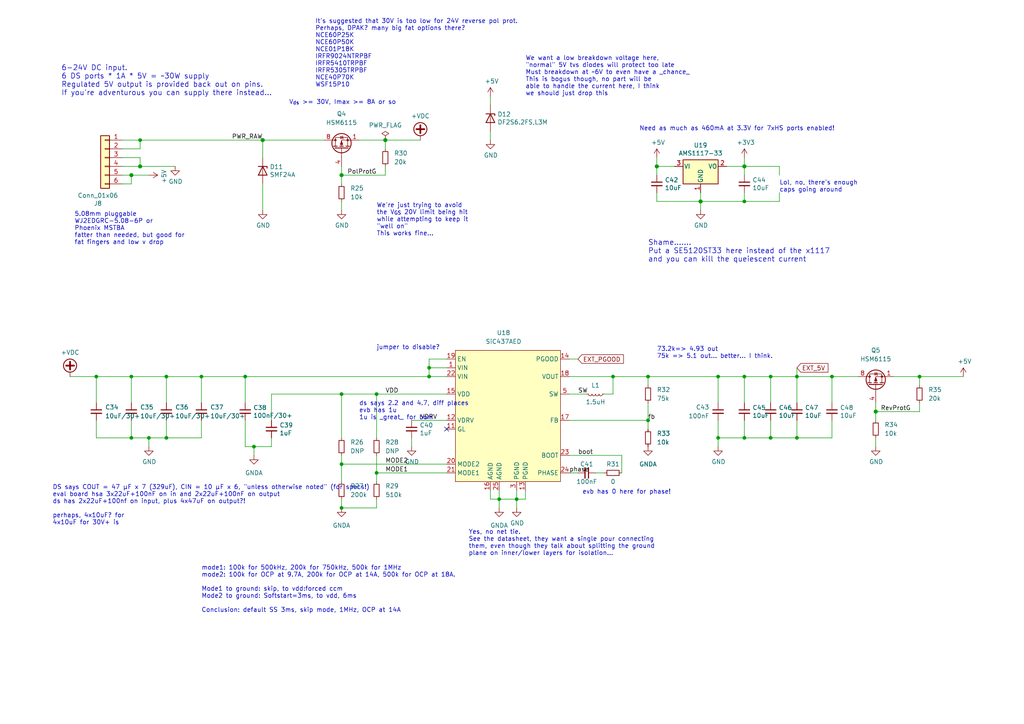
<source format=kicad_sch>
(kicad_sch (version 20211123) (generator eeschema)
  (paper "A4")
  (lib_symbols
    (symbol "Connector_Generic:Conn_01x06" (pin_names (offset 1.016) hide)
      (property "Reference" "J" (at 0 7.62 0))
      (property "Value" "Conn_01x06" (at 0 -10.16 0))
      (symbol "Conn_01x06_1_1"
        (rectangle (start -1.27 -7.493) (end 0 -7.747) (stroke (width 0.1524)))
        (rectangle (start -1.27 -4.953) (end 0 -5.207) (stroke (width 0.1524)))
        (rectangle (start -1.27 -2.413) (end 0 -2.667) (stroke (width 0.1524)))
        (rectangle (start -1.27 0.127) (end 0 -0.127) (stroke (width 0.1524)))
        (rectangle (start -1.27 2.667) (end 0 2.413) (stroke (width 0.1524)))
        (rectangle (start -1.27 5.207) (end 0 4.953) (stroke (width 0.1524)))
        (rectangle (start -1.27 6.35) (end 1.27 -8.89) (stroke (width 0.254)) (fill (type background)))
        (pin passive line (at -5.08 5.08 0) (length 3.81) (name "Pin_1") (number "1"))
        (pin passive line (at -5.08 2.54 0) (length 3.81) (name "Pin_2") (number "2"))
        (pin passive line (at -5.08 0 0) (length 3.81) (name "Pin_3") (number "3"))
        (pin passive line (at -5.08 -2.54 0) (length 3.81) (name "Pin_4") (number "4"))
        (pin passive line (at -5.08 -5.08 0) (length 3.81) (name "Pin_5") (number "5"))
        (pin passive line (at -5.08 -7.62 0) (length 3.81) (name "Pin_6") (number "6"))
      )
    )
    (symbol "Device:C_Small" (pin_numbers hide) (pin_names (offset 0.254) hide)
      (property "Reference" "C" (at 0.254 1.778 0))
      (property "Value" "C_Small" (at 0.254 -2.032 0))
      (symbol "C_Small_0_1"
        (polyline (pts (xy -1.524 -0.508) (xy 1.524 -0.508)) (stroke (width 0.3302)))
        (polyline (pts (xy -1.524 0.508) (xy 1.524 0.508)) (stroke (width 0.3048)))
      )
      (symbol "C_Small_1_1"
        (pin passive line (at 0 2.54 270) (length 2.032) (name "~") (number "1"))
        (pin passive line (at 0 -2.54 90) (length 2.032) (name "~") (number "2"))
      )
    )
    (symbol "Device:D_Zener" (pin_numbers hide) (pin_names (offset 1.016) hide)
      (property "Reference" "D" (at 0 2.54 0))
      (property "Value" "D_Zener" (at 0 -2.54 0))
      (symbol "D_Zener_0_1"
        (polyline (pts (xy 1.27 0) (xy -1.27 0)))
        (polyline (pts (xy -1.27 -1.27) (xy -1.27 1.27) (xy -0.762 1.27)) (stroke (width 0.254)))
        (polyline (pts (xy 1.27 -1.27) (xy 1.27 1.27) (xy -1.27 0) (xy 1.27 -1.27)) (stroke (width 0.254)))
      )
      (symbol "D_Zener_1_1"
        (pin passive line (at -3.81 0 0) (length 2.54) (name "K") (number "1"))
        (pin passive line (at 3.81 0 180) (length 2.54) (name "A") (number "2"))
      )
    )
    (symbol "Device:L_Small" (pin_numbers hide) (pin_names (offset 0.254) hide)
      (property "Reference" "L" (at 0.762 1.016 0))
      (property "Value" "L_Small" (at 0.762 -1.016 0))
      (symbol "L_Small_0_1"
        (arc (start 0 -2.032) (mid 0.508 -1.524) (end 0 -1.016))
        (arc (start 0 -1.016) (mid 0.508 -0.508) (end 0 0))
        (arc (start 0 0) (mid 0.508 0.508) (end 0 1.016))
        (arc (start 0 1.016) (mid 0.508 1.524) (end 0 2.032))
      )
      (symbol "L_Small_1_1"
        (pin passive line (at 0 2.54 270) (length 0.508) (name "~") (number "1"))
        (pin passive line (at 0 -2.54 90) (length 0.508) (name "~") (number "2"))
      )
    )
    (symbol "Device:R_Small" (pin_numbers hide) (pin_names (offset 0.254) hide)
      (property "Reference" "R" (at 0.762 0.508 0))
      (property "Value" "R_Small" (at 0.762 -1.016 0))
      (symbol "R_Small_0_1"
        (rectangle (start -0.762 1.778) (end 0.762 -1.778) (stroke (width 0.2032)))
      )
      (symbol "R_Small_1_1"
        (pin passive line (at 0 2.54 270) (length 0.762) (name "~") (number "1"))
        (pin passive line (at 0 -2.54 90) (length 0.762) (name "~") (number "2"))
      )
    )
    (symbol "Regulator_Linear:AMS1117-3.3" (pin_names (offset 0.254))
      (property "Reference" "U" (at -3.81 3.175 0))
      (property "Value" "AMS1117-3.3" (at 0 3.175 0))
      (symbol "AMS1117-3.3_0_1"
        (rectangle (start -5.08 -5.08) (end 5.08 1.905) (stroke (width 0.254)) (fill (type background)))
      )
      (symbol "AMS1117-3.3_1_1"
        (pin power_in line (at 0 -7.62 90) (length 2.54) (name "GND") (number "1"))
        (pin power_out line (at 7.62 0 180) (length 2.54) (name "VO") (number "2"))
        (pin power_in line (at -7.62 0 0) (length 2.54) (name "VI") (number "3"))
      )
    )
    (symbol "Regulator_Switching:SiC437AED"
      (property "Reference" "U" (at 15.24 20.32 0))
      (property "Value" "SiC437AED" (at -15.24 20.32 0))
      (symbol "SiC437AED_0_0"
        (pin passive line (at -17.78 -5.08 0) (length 2.54) hide (name "GL") (number "10"))
        (pin input line (at -17.78 -5.08 0) (length 2.54) (name "GL") (number "11"))
        (pin input line (at -17.78 -2.54 0) (length 2.54) (name "VDRV") (number "12"))
        (pin power_in line (at 5.08 -22.86 90) (length 2.54) (name "PGND") (number "13"))
        (pin input line (at -17.78 15.24 0) (length 2.54) (name "EN") (number "19"))
        (pin passive line (at -17.78 -5.08 0) (length 2.54) hide (name "GL") (number "28"))
        (pin input line (at 17.78 5.08 180) (length 2.54) (name "SW") (number "5"))
      )
      (symbol "SiC437AED_0_1"
        (rectangle (start -15.24 17.78) (end 15.24 -20.32) (stroke (width 0.1524)) (fill (type background)))
      )
      (symbol "SiC437AED_1_1"
        (pin power_in line (at -17.78 12.7 0) (length 2.54) (name "VIN") (number "1"))
        (pin output line (at 17.78 15.24 180) (length 2.54) (name "PGOOD") (number "14"))
        (pin power_in line (at -17.78 5.08 0) (length 2.54) (name "VDD") (number "15"))
        (pin power_in line (at -5.08 -22.86 90) (length 2.54) (name "AGND") (number "16"))
        (pin input line (at 17.78 -2.54 180) (length 2.54) (name "FB") (number "17"))
        (pin power_out line (at 17.78 10.16 180) (length 2.54) (name "VOUT") (number "18"))
        (pin input line (at -17.78 -15.24 0) (length 2.54) (name "MODE2") (number "20"))
        (pin input line (at -17.78 -17.78 0) (length 2.54) (name "MODE1") (number "21"))
        (pin power_in line (at -17.78 10.16 0) (length 2.54) (name "VIN") (number "22"))
        (pin input line (at 17.78 -12.7 180) (length 2.54) (name "BOOT") (number "23"))
        (pin input line (at 17.78 -17.78 180) (length 2.54) (name "PHASE") (number "24"))
        (pin power_in line (at -2.54 -22.86 90) (length 2.54) (name "AGND") (number "25"))
        (pin power_in line (at 2.54 -22.86 90) (length 2.54) (name "PGND") (number "3"))
      )
    )
    (symbol "Transistor_FET:IRF7404" (pin_names hide)
      (property "Reference" "Q" (at 5.08 1.905 0))
      (property "Value" "IRF7404" (at 5.08 0 0))
      (symbol "IRF7404_0_1"
        (polyline (pts (xy 0.254 0) (xy -2.54 0)))
        (polyline (pts (xy 0.254 1.905) (xy 0.254 -1.905)) (stroke (width 0.254)))
        (polyline (pts (xy 0.762 -1.27) (xy 0.762 -2.286)) (stroke (width 0.254)))
        (polyline (pts (xy 0.762 0.508) (xy 0.762 -0.508)) (stroke (width 0.254)))
        (polyline (pts (xy 0.762 2.286) (xy 0.762 1.27)) (stroke (width 0.254)))
        (polyline (pts (xy 2.54 2.54) (xy 2.54 1.778)))
        (polyline (pts (xy 2.54 -2.54) (xy 2.54 0) (xy 0.762 0)))
        (polyline (pts (xy 0.762 1.778) (xy 3.302 1.778) (xy 3.302 -1.778) (xy 0.762 -1.778)))
        (polyline (pts (xy 2.286 0) (xy 1.27 0.381) (xy 1.27 -0.381) (xy 2.286 0)) (fill (type outline)))
        (polyline (pts (xy 2.794 -0.508) (xy 2.921 -0.381) (xy 3.683 -0.381) (xy 3.81 -0.254)))
        (polyline (pts (xy 3.302 -0.381) (xy 2.921 0.254) (xy 3.683 0.254) (xy 3.302 -0.381)))
        (circle (center 1.651 0) (radius 2.794) (stroke (width 0.254)))
        (circle (center 2.54 -1.778) (radius 0.254) (fill (type outline)))
        (circle (center 2.54 1.778) (radius 0.254) (fill (type outline)))
      )
      (symbol "IRF7404_1_1"
        (pin passive line (at 2.54 -5.08 90) (length 2.54) (name "S") (number "1"))
        (pin passive line (at 2.54 -5.08 90) (length 2.54) hide (name "S") (number "2"))
        (pin passive line (at 2.54 -5.08 90) (length 2.54) hide (name "S") (number "3"))
        (pin passive line (at -5.08 0 0) (length 2.54) (name "G") (number "4"))
        (pin passive line (at 2.54 5.08 270) (length 2.54) hide (name "D") (number "5"))
        (pin passive line (at 2.54 5.08 270) (length 2.54) hide (name "D") (number "6"))
        (pin passive line (at 2.54 5.08 270) (length 2.54) hide (name "D") (number "7"))
        (pin passive line (at 2.54 5.08 270) (length 2.54) (name "D") (number "8"))
      )
    )
    (symbol "power:+3V3" (power) (pin_names (offset 0))
      (property "Value" "+3V3" (at 0 3.556 0))
      (symbol "+3V3_0_1"
        (polyline (pts (xy -0.762 1.27) (xy 0 2.54)))
        (polyline (pts (xy 0 0) (xy 0 2.54)))
        (polyline (pts (xy 0 2.54) (xy 0.762 1.27)))
      )
      (symbol "+3V3_1_1"
        (pin power_in line (at 0 0 90) (length 0) hide (name "+3V3") (number "1"))
      )
    )
    (symbol "power:+5V" (power) (pin_names (offset 0))
      (property "Value" "+5V" (at 0 3.556 0))
      (symbol "+5V_0_1"
        (polyline (pts (xy -0.762 1.27) (xy 0 2.54)))
        (polyline (pts (xy 0 0) (xy 0 2.54)))
        (polyline (pts (xy 0 2.54) (xy 0.762 1.27)))
      )
      (symbol "+5V_1_1"
        (pin power_in line (at 0 0 90) (length 0) hide (name "+5V") (number "1"))
      )
    )
    (symbol "power:+VDC" (power) (pin_names (offset 0))
      (property "Value" "+VDC" (at 0 6.35 0))
      (symbol "+VDC_0_1"
        (polyline (pts (xy -1.143 3.175) (xy 1.143 3.175)) (stroke (width 0.508)))
        (polyline (pts (xy 0 0) (xy 0 1.27)))
        (polyline (pts (xy 0 2.032) (xy 0 4.318)) (stroke (width 0.508)))
        (circle (center 0 3.175) (radius 1.905) (stroke (width 0.254)))
      )
      (symbol "+VDC_1_1"
        (pin power_in line (at 0 0 90) (length 0) hide (name "+VDC") (number "1"))
      )
    )
    (symbol "power:GND" (power) (pin_names (offset 0))
      (property "Value" "GND" (at 0 -3.81 0))
      (symbol "GND_0_1"
        (polyline (pts (xy 0 0) (xy 0 -1.27) (xy 1.27 -1.27) (xy 0 -2.54) (xy -1.27 -1.27) (xy 0 -1.27)))
      )
      (symbol "GND_1_1"
        (pin power_in line (at 0 0 270) (length 0) hide (name "GND") (number "1"))
      )
    )
    (symbol "power:GNDA" (power) (pin_names (offset 0))
      (property "Value" "GNDA" (at 0 -3.81 0))
      (symbol "GNDA_0_1"
        (polyline (pts (xy 0 0) (xy 0 -1.27) (xy 1.27 -1.27) (xy 0 -2.54) (xy -1.27 -1.27) (xy 0 -1.27)))
      )
      (symbol "GNDA_1_1"
        (pin power_in line (at 0 0 270) (length 0) hide (name "GNDA") (number "1"))
      )
    )
    (symbol "power:PWR_FLAG" (power) (pin_numbers hide) (pin_names (offset 0) hide)
      (property "Value" "PWR_FLAG" (at 0 3.81 0))
      (symbol "PWR_FLAG_0_0"
        (pin power_out line (at 0 0 90) (length 0) (name "pwr") (number "1"))
      )
      (symbol "PWR_FLAG_0_1"
        (polyline (pts (xy 0 0) (xy 0 1.27) (xy -1.016 1.905) (xy 0 2.54) (xy 1.016 1.905) (xy 0 1.27)))
      )
    )
  )
  (junction (at 208.28 109.22))
  (junction (at 231.14 109.22))
  (junction (at 203.2 58.42) (diameter 1.016))
  (junction (at 73.66 129.54))
  (junction (at 109.22 114.3))
  (junction (at 43.18 127))
  (junction (at 124.46 109.22))
  (junction (at 99.06 114.3))
  (junction (at 99.06 147.32))
  (junction (at 38.1 50.8) (diameter 1.016))
  (junction (at 48.26 127))
  (junction (at 190.5 48.26) (diameter 1.016))
  (junction (at 241.3 109.22))
  (junction (at 187.96 109.22))
  (junction (at 177.8 109.22))
  (junction (at 187.96 121.92))
  (junction (at 215.9 58.42))
  (junction (at 144.78 144.78))
  (junction (at 223.52 109.22))
  (junction (at 215.9 109.22))
  (junction (at 58.42 109.22))
  (junction (at 254 119.38) (diameter 1.016))
  (junction (at 38.1 109.22))
  (junction (at 71.12 109.22))
  (junction (at 76.2 40.64) (diameter 1.016))
  (junction (at 109.22 137.16))
  (junction (at 40.64 48.26) (diameter 1.016))
  (junction (at 99.06 134.62))
  (junction (at 48.26 109.22))
  (junction (at 266.7 109.22))
  (junction (at 27.94 109.22))
  (junction (at 149.86 144.78))
  (junction (at 223.52 127))
  (junction (at 215.9 48.26) (diameter 1.016))
  (junction (at 124.46 106.68))
  (junction (at 231.14 127))
  (junction (at 38.1 127))
  (junction (at 111.76 40.64) (diameter 1.016))
  (junction (at 99.06 50.8) (diameter 1.016))
  (junction (at 40.64 40.64))
  (junction (at 208.28 127))
  (junction (at 215.9 127))
  (no_connect (at 129.54 124.46))
  (wire (pts (xy 152.4 144.78) (xy 149.86 144.78)))
  (wire (pts (xy 254 119.38) (xy 254 116.84)))
  (wire (pts (xy 58.42 109.22) (xy 71.12 109.22)))
  (wire (pts (xy 48.26 109.22) (xy 48.26 116.84)))
  (wire (pts (xy 187.96 121.92) (xy 187.96 124.46)))
  (wire (pts (xy 76.2 45.72) (xy 76.2 40.64)))
  (wire (pts (xy 266.7 119.38) (xy 254 119.38)))
  (wire (pts (xy 231.14 121.92) (xy 231.14 127)))
  (wire (pts (xy 48.26 121.92) (xy 48.26 127)))
  (wire (pts (xy 58.42 109.22) (xy 58.42 116.84)))
  (wire (pts (xy 231.14 109.22) (xy 241.3 109.22)))
  (wire (pts (xy 144.78 142.24) (xy 144.78 144.78)))
  (wire (pts (xy 109.22 144.78) (xy 109.22 147.32)))
  (wire (pts (xy 177.8 109.22) (xy 177.8 114.3)))
  (wire (pts (xy 35.56 45.72) (xy 40.64 45.72)))
  (wire (pts (xy 165.1 114.3) (xy 170.18 114.3)))
  (wire (pts (xy 190.5 55.88) (xy 190.5 58.42)))
  (wire (pts (xy 231.14 106.68) (xy 231.14 109.22)))
  (wire (pts (xy 149.86 142.24) (xy 149.86 144.78)))
  (wire (pts (xy 208.28 109.22) (xy 215.9 109.22)))
  (wire (pts (xy 254 119.38) (xy 254 121.92)))
  (wire (pts (xy 215.9 127) (xy 223.52 127)))
  (wire (pts (xy 71.12 109.22) (xy 71.12 116.84)))
  (wire (pts (xy 226.06 48.26) (xy 215.9 48.26)))
  (wire (pts (xy 241.3 109.22) (xy 241.3 116.84)))
  (wire (pts (xy 144.78 144.78) (xy 144.78 147.32)))
  (wire (pts (xy 99.06 134.62) (xy 99.06 139.7)))
  (wire (pts (xy 111.76 40.64) (xy 111.76 43.18)))
  (wire (pts (xy 210.82 48.26) (xy 215.9 48.26)))
  (wire (pts (xy 40.64 48.26) (xy 50.8 48.26)))
  (wire (pts (xy 208.28 121.92) (xy 208.28 127)))
  (wire (pts (xy 215.9 48.26) (xy 215.9 45.72)))
  (wire (pts (xy 35.56 40.64) (xy 40.64 40.64)))
  (wire (pts (xy 58.42 121.92) (xy 58.42 127)))
  (wire (pts (xy 165.1 104.14) (xy 167.64 104.14)))
  (wire (pts (xy 35.56 43.18) (xy 40.64 43.18)))
  (wire (pts (xy 109.22 137.16) (xy 129.54 137.16)))
  (wire (pts (xy 172.72 137.16) (xy 175.26 137.16)))
  (wire (pts (xy 35.56 48.26) (xy 40.64 48.26)))
  (wire (pts (xy 71.12 129.54) (xy 73.66 129.54)))
  (wire (pts (xy 215.9 109.22) (xy 215.9 116.84)))
  (wire (pts (xy 180.34 132.08) (xy 180.34 137.16)))
  (wire (pts (xy 40.64 45.72) (xy 40.64 48.26)))
  (wire (pts (xy 109.22 114.3) (xy 99.06 114.3)))
  (wire (pts (xy 190.5 48.26) (xy 195.58 48.26)))
  (wire (pts (xy 99.06 58.42) (xy 99.06 60.96)))
  (wire (pts (xy 203.2 58.42) (xy 215.9 58.42)))
  (wire (pts (xy 99.06 50.8) (xy 99.06 48.26)))
  (wire (pts (xy 208.28 127) (xy 215.9 127)))
  (wire (pts (xy 35.56 53.34) (xy 38.1 53.34)))
  (wire (pts (xy 226.06 58.42) (xy 215.9 58.42)))
  (wire (pts (xy 38.1 127) (xy 43.18 127)))
  (wire (pts (xy 111.76 40.64) (xy 121.92 40.64)))
  (wire (pts (xy 40.64 40.64) (xy 40.64 43.18)))
  (wire (pts (xy 203.2 58.42) (xy 203.2 60.96)))
  (wire (pts (xy 190.5 45.72) (xy 190.5 48.26)))
  (wire (pts (xy 223.52 127) (xy 231.14 127)))
  (wire (pts (xy 152.4 142.24) (xy 152.4 144.78)))
  (wire (pts (xy 266.7 116.84) (xy 266.7 119.38)))
  (wire (pts (xy 124.46 106.68) (xy 124.46 109.22)))
  (wire (pts (xy 40.64 40.64) (xy 76.2 40.64)))
  (wire (pts (xy 43.18 127) (xy 48.26 127)))
  (wire (pts (xy 48.26 109.22) (xy 58.42 109.22)))
  (wire (pts (xy 119.38 121.92) (xy 129.54 121.92)))
  (wire (pts (xy 71.12 121.92) (xy 71.12 129.54)))
  (wire (pts (xy 76.2 40.64) (xy 93.98 40.64)))
  (wire (pts (xy 215.9 121.92) (xy 215.9 127)))
  (wire (pts (xy 124.46 109.22) (xy 129.54 109.22)))
  (wire (pts (xy 203.2 55.88) (xy 203.2 58.42)))
  (wire (pts (xy 99.06 114.3) (xy 99.06 127)))
  (wire (pts (xy 266.7 109.22) (xy 279.4 109.22)))
  (wire (pts (xy 109.22 114.3) (xy 109.22 127)))
  (wire (pts (xy 104.14 40.64) (xy 111.76 40.64)))
  (wire (pts (xy 111.76 48.26) (xy 111.76 50.8)))
  (wire (pts (xy 259.08 109.22) (xy 266.7 109.22)))
  (wire (pts (xy 99.06 134.62) (xy 129.54 134.62)))
  (wire (pts (xy 35.56 50.8) (xy 38.1 50.8)))
  (wire (pts (xy 266.7 109.22) (xy 266.7 111.76)))
  (wire (pts (xy 109.22 147.32) (xy 99.06 147.32)))
  (wire (pts (xy 99.06 132.08) (xy 99.06 134.62)))
  (wire (pts (xy 38.1 53.34) (xy 38.1 50.8)))
  (wire (pts (xy 144.78 144.78) (xy 149.86 144.78)))
  (wire (pts (xy 165.1 121.92) (xy 187.96 121.92)))
  (wire (pts (xy 231.14 109.22) (xy 231.14 116.84)))
  (wire (pts (xy 78.74 127) (xy 78.74 129.54)))
  (wire (pts (xy 254 127) (xy 254 129.54)))
  (wire (pts (xy 27.94 127) (xy 38.1 127)))
  (wire (pts (xy 142.24 142.24) (xy 142.24 144.78)))
  (wire (pts (xy 177.8 109.22) (xy 187.96 109.22)))
  (wire (pts (xy 241.3 109.22) (xy 248.92 109.22)))
  (wire (pts (xy 165.1 132.08) (xy 180.34 132.08)))
  (wire (pts (xy 187.96 111.76) (xy 187.96 109.22)))
  (wire (pts (xy 223.52 121.92) (xy 223.52 127)))
  (wire (pts (xy 124.46 104.14) (xy 124.46 106.68)))
  (wire (pts (xy 208.28 127) (xy 208.28 129.54)))
  (wire (pts (xy 165.1 137.16) (xy 167.64 137.16)))
  (wire (pts (xy 226.06 55.88) (xy 226.06 58.42)))
  (wire (pts (xy 38.1 109.22) (xy 38.1 116.84)))
  (wire (pts (xy 73.66 129.54) (xy 73.66 132.08)))
  (wire (pts (xy 215.9 58.42) (xy 215.9 55.88)))
  (wire (pts (xy 223.52 109.22) (xy 223.52 116.84)))
  (wire (pts (xy 142.24 144.78) (xy 144.78 144.78)))
  (wire (pts (xy 78.74 114.3) (xy 78.74 121.92)))
  (wire (pts (xy 241.3 127) (xy 231.14 127)))
  (wire (pts (xy 27.94 121.92) (xy 27.94 127)))
  (wire (pts (xy 76.2 53.34) (xy 76.2 60.96)))
  (wire (pts (xy 165.1 109.22) (xy 177.8 109.22)))
  (wire (pts (xy 43.18 127) (xy 43.18 129.54)))
  (wire (pts (xy 99.06 50.8) (xy 99.06 53.34)))
  (wire (pts (xy 27.94 109.22) (xy 38.1 109.22)))
  (wire (pts (xy 38.1 121.92) (xy 38.1 127)))
  (wire (pts (xy 149.86 144.78) (xy 149.86 147.32)))
  (wire (pts (xy 190.5 58.42) (xy 203.2 58.42)))
  (wire (pts (xy 187.96 116.84) (xy 187.96 121.92)))
  (wire (pts (xy 99.06 144.78) (xy 99.06 147.32)))
  (wire (pts (xy 129.54 104.14) (xy 124.46 104.14)))
  (wire (pts (xy 71.12 109.22) (xy 124.46 109.22)))
  (wire (pts (xy 226.06 50.8) (xy 226.06 48.26)))
  (wire (pts (xy 142.24 27.94) (xy 142.24 30.48)))
  (wire (pts (xy 111.76 50.8) (xy 99.06 50.8)))
  (wire (pts (xy 48.26 127) (xy 58.42 127)))
  (wire (pts (xy 215.9 48.26) (xy 215.9 50.8)))
  (wire (pts (xy 187.96 109.22) (xy 208.28 109.22)))
  (wire (pts (xy 78.74 129.54) (xy 73.66 129.54)))
  (wire (pts (xy 38.1 50.8) (xy 43.18 50.8)))
  (wire (pts (xy 129.54 106.68) (xy 124.46 106.68)))
  (wire (pts (xy 190.5 48.26) (xy 190.5 50.8)))
  (wire (pts (xy 241.3 121.92) (xy 241.3 127)))
  (wire (pts (xy 215.9 109.22) (xy 223.52 109.22)))
  (wire (pts (xy 142.24 40.64) (xy 142.24 38.1)))
  (wire (pts (xy 109.22 114.3) (xy 129.54 114.3)))
  (wire (pts (xy 109.22 132.08) (xy 109.22 137.16)))
  (wire (pts (xy 175.26 114.3) (xy 177.8 114.3)))
  (wire (pts (xy 38.1 109.22) (xy 48.26 109.22)))
  (wire (pts (xy 99.06 114.3) (xy 78.74 114.3)))
  (wire (pts (xy 27.94 116.84) (xy 27.94 109.22)))
  (wire (pts (xy 109.22 137.16) (xy 109.22 139.7)))
  (wire (pts (xy 20.32 109.22) (xy 27.94 109.22)))
  (wire (pts (xy 119.38 127) (xy 119.38 129.54)))
  (wire (pts (xy 208.28 109.22) (xy 208.28 116.84)))
  (wire (pts (xy 223.52 109.22) (xy 231.14 109.22)))
  (text "We want a low breakdown voltage here,\n\"normal\" 5V tvs diodes will protect too late\nMust breakdown at ~6V to even have a _chance_\nThis is bogus though, no part will be\nable to handle the current here, I think\nwe should just drop this" (at 152.4 27.94 0) (effects (font (size 1.27 1.27)) (justify left bottom)))
  (text "jumper to disable?" (at 109.22 101.6 0) (effects (font (size 1.27 1.27)) (justify left bottom)))
  (text "6-24V DC input.\n6 DS ports * 1A * 5V = ~30W supply\nRegulated 5V output is provided back out on pins.\nIf you're adventurous you can supply there instead..." (at 17.78 27.94 0) (effects (font (size 1.499 1.499)) (justify left bottom)))
  (text "Shame.......\nPut a SE5120ST33 here instead of the x1117\nand you can kill the queiescent current" (at 187.96 76.2 0) (effects (font (size 1.4986 1.4986)) (justify left bottom)))
  (text "mode1: 100k for 500kHz, 200k for 750kHz, 500k for 1MHz\nmode2: 100k for OCP at 9.7A, 200k for OCP at 14A, 500k for OCP at 18A.\n\nMode1 to ground: skip, to vdd:forced ccm\nMode2 to ground: Softstart=3ms, to vdd, 6ms\n\nConclusion: default SS 3ms, skip mode, 1MHz, OCP at 14A" (at 58.42 177.8 0) (effects (font (size 1.27 1.27)) (justify left bottom)))
  (text "73.2k=> 4.93 out\n75k => 5.1 out... better... I think." (at 190.5 104.14 0) (effects (font (size 1.27 1.27)) (justify left bottom)))
  (text "Need as much as 460mA at 3.3V for 7xHS ports enabled!" (at 185.42 38.1 0) (effects (font (size 1.27 1.27)) (justify left bottom)))
  (text "DS says COUT = 47 μF x 7 (329uF), CIN = 10 μF x 6, \"unless otherwise noted\" (for specs!)\neval board hsa 3x22uF+100nF on in and 2x22uF+100nF on output\nds has 2x22uF+100nf on input, plus 4x47uF on output?!\n\nperhaps, 4x10uF? for \n4x10uF for 30V+ is " (at 15.24 152.4 0) (effects (font (size 1.27 1.27)) (justify left bottom)))
  (text "V_{ds} >= 30V, Imax >= 8A or so" (at 83.82 30.48 0) (effects (font (size 1.27 1.27)) (justify left bottom)))
  (text "Lol, no, there's enough\ncaps going around" (at 226.06 55.88 0) (effects (font (size 1.27 1.27)) (justify left bottom)))
  (text "evb has 0 here for phase!" (at 168.91 143.51 0) (effects (font (size 1.27 1.27)) (justify left bottom)))
  (text "We're just trying to avoid\nthe V_{GS} 20V limit being hit\nwhile attempting to keep it\n\"well on\"\nThis works fine..." (at 109.22 68.58 0) (effects (font (size 1.27 1.27)) (justify left bottom)))
  (text "ds says 2.2 and 4.7, diff places\nevb has 1u\n1u is _great_ for bom" (at 104.14 121.92 0) (effects (font (size 1.27 1.27)) (justify left bottom)))
  (text "It's suggested that 30V is too low for 24V reverse pol prot.\nPerhaps, DPAK? many big fat options there?\nNCE60P25K\nNCE60P50K\nNCE01P18K\nIRFR9024NTRPBF\nIRFR5410TRPBF\nIRFR5305TRPBF\nNCE40P70K\nWSF15P10\n" (at 91.44 25.4 0) (effects (font (size 1.27 1.27)) (justify left bottom)))
  (text "Yes, no net tie.\nSee the datasheet, they want a single pour connecting\nthem, even though they talk about splitting the ground\nplane on inner/lower layers for isolation..." (at 135.89 161.29 0) (effects (font (size 1.27 1.27)) (justify left bottom)))
  (text "5.08mm pluggable\nWJ2EDGRC-5.08-6P or\nPhoenix MSTBA\nfatter than needed, but good for\nfat fingers and low v drop\n" (at 21.59 71.12 0) (effects (font (size 1.27 1.27)) (justify left bottom)))
  (label "PWR_RAW" (at 76.2 40.64 180))
  (label "VDRV" (at 121.92 121.92 0))
  (label "boot" (at 167.64 132.08 0))
  (label "RevProtG" (at 264.16 119.38 180))
  (label "PolProtG" (at 109.22 50.8 180))
  (label "MODE2" (at 111.76 134.62 0))
  (label "VDD" (at 111.76 114.3 0))
  (label "phase" (at 165.1 137.16 0))
  (label "fb" (at 187.96 121.92 0))
  (label "SW" (at 167.64 114.3 0))
  (label "MODE1" (at 111.76 137.16 0))
  (global_label "EXT_5V" (shape input) (at 231.14 106.68 0) (property "Intersheet References" "${INTERSHEET_REFS}" (effects hide)))
  (global_label "EXT_PGOOD" (shape input) (at 167.64 104.14 0) (property "Intersheet References" "${INTERSHEET_REFS}" (effects hide)))
  (symbol (lib_id "power:GND") (at 142.24 40.64 0) (unit 1)
    (property "Reference" "#PWR091" (effects hide))
    (property "Value" "GND" (at 142.367 45.0342 0))
  )
  (symbol (lib_id "Device:C_Small") (at 215.9 119.38 0) (unit 1)
    (property "Reference" "C45" (at 218.2368 118.237 0) (effects (justify left)))
    (property "Value" "10uF" (at 218.2114 120.523 0) (effects (justify left)))
    (property "Footprint" "Capacitor_SMD:C_0805_2012Metric" (effects hide))
    (property "MPN" "CL21A106KAYNNNE" (effects hide))
    (property "lcsc#" "C15850" (effects hide))
    (property "jlc-basic" "1" (effects hide))
  )
  (symbol (lib_id "Device:C_Small") (at 58.42 119.38 0) (unit 1)
    (property "Reference" "C37" (at 60.96 118.1162 0) (effects (justify left)))
    (property "Value" "10uF/30+" (at 60.96 120.6562 0) (effects (justify left)))
    (property "Footprint" "Capacitor_SMD:C_1206_3216Metric" (effects hide))
    (property "MPN" "CL31A106KBHNNNE" (effects hide))
    (property "lcsc#" "C13585 " (effects hide))
    (property "jlc-basic" "1" (effects hide))
  )
  (symbol (lib_id "Device:R_Small") (at 111.76 45.72 0) (unit 1)
    (property "Reference" "R30" (at 114.3 44.45 0) (effects (justify left)))
    (property "Value" "20k" (at 114.3 46.99 0) (effects (justify left)))
    (property "Footprint" "Resistor_SMD:R_0603_1608Metric" (effects hide))
    (property "MPN" "0603WAF2002T5E" (effects hide))
    (property "jlc-basic" "1" (effects hide))
    (property "lcsc#" "C4184" (effects hide))
  )
  (symbol (lib_id "Device:R_Small") (at 266.7 114.3 0) (unit 1)
    (property "Reference" "R35" (at 269.24 113.03 0) (effects (justify left)))
    (property "Value" "20k" (at 269.24 115.57 0) (effects (justify left)))
    (property "Footprint" "Resistor_SMD:R_0603_1608Metric" (effects hide))
    (property "MPN" "0603WAF2002T5E" (effects hide))
    (property "jlc-basic" "1" (effects hide))
    (property "lcsc#" "C4184" (effects hide))
  )
  (symbol (lib_id "Device:C_Small") (at 208.28 119.38 0) (unit 1)
    (property "Reference" "C43" (at 205.74 118.1162 0) (effects (justify right)))
    (property "Value" "100nF" (at 205.74 120.6562 0) (effects (justify right)))
    (property "Footprint" "Capacitor_SMD:C_0603_1608Metric" (effects hide))
    (property "MPN" "CC0603KRX7R9BB104 " (effects hide))
    (property "lcsc#" "C14663" (effects hide))
    (property "jlc-basic" "1" (effects hide))
  )
  (symbol (lib_id "Device:C_Small") (at 78.74 124.46 0) (unit 1)
    (property "Reference" "C39" (at 81.0768 123.317 0) (effects (justify left)))
    (property "Value" "1uF" (at 81.0514 125.603 0) (effects (justify left)))
    (property "Footprint" "Capacitor_SMD:C_0603_1608Metric" (effects hide))
    (property "MPN" "CL10A105KB8NNNC" (effects hide))
    (property "jlc-basic" "1" (effects hide))
    (property "lcsc#" "C15849" (effects hide))
  )
  (symbol (lib_id "Device:C_Small") (at 71.12 119.38 0) (unit 1)
    (property "Reference" "C38" (at 73.4568 118.237 0) (effects (justify left)))
    (property "Value" "100nF/30+" (at 73.4314 120.523 0) (effects (justify left)))
    (property "Footprint" "Capacitor_SMD:C_0603_1608Metric" (effects hide))
    (property "MPN" "CC0603KRX7R9BB104 " (effects hide))
    (property "lcsc#" "C14663" (effects hide))
    (property "jlc-basic" "1" (effects hide))
  )
  (symbol (lib_id "Device:R_Small") (at 99.06 55.88 0) (unit 1)
    (property "Reference" "R25" (at 101.6 54.61 0) (effects (justify left)))
    (property "Value" "10k" (at 101.6 57.15 0) (effects (justify left)))
    (property "Footprint" "Resistor_SMD:R_0603_1608Metric" (effects hide))
    (property "MPN" "0603WAF1002T5E" (effects hide))
    (property "jlc-basic" "1" (effects hide))
    (property "lcsc#" "C25804" (effects hide))
  )
  (symbol (lib_id "power:PWR_FLAG") (at 111.76 40.64 0) (unit 1)
    (property "Reference" "#FLG02" (effects hide))
    (property "Value" "PWR_FLAG" (at 111.76 36.3156 0))
  )
  (symbol (lib_id "power:+VDC") (at 121.92 40.64 0) (unit 1)
    (property "Reference" "#PWR089" (effects hide))
    (property "Value" "+VDC" (at 121.92 33.655 0))
  )
  (symbol (lib_id "power:GND") (at 43.18 129.54 0) (unit 1)
    (property "Reference" "#PWR082" (effects hide))
    (property "Value" "GND" (at 43.307 133.9342 0))
  )
  (symbol (lib_id "Device:R_Small") (at 99.06 142.24 180) (unit 1)
    (property "Reference" "R27" (at 101.6 140.9699 0) (effects (justify right)))
    (property "Value" "200k" (at 101.6 143.5099 0) (effects (justify right)))
    (property "Footprint" "Resistor_SMD:R_0603_1608Metric" (effects hide))
    (property "MPN" "0603WAF2003T5E" (effects hide))
    (property "jlc-basic" "1" (effects hide))
    (property "lcsc#" "C25811" (effects hide))
  )
  (symbol (lib_id "Device:D_Zener") (at 142.24 34.29 270) (unit 1)
    (property "Reference" "D12" (at 144.272 33.147 90) (effects (justify left)))
    (property "Value" "DF2S6.2FS,L3M" (at 144.272 35.433 90) (effects (justify left)))
    (property "Footprint" "Diode_SMD:D_SOD-923" (effects hide))
    (property "DNP" "1" (effects hide))
  )
  (symbol (lib_id "power:GND") (at 119.38 129.54 0) (unit 1)
    (property "Reference" "#PWR088" (effects hide))
    (property "Value" "GND" (at 119.507 133.9342 0))
  )
  (symbol (lib_id "power:GND") (at 99.06 60.96 0) (unit 1)
    (property "Reference" "#PWR086" (effects hide))
    (property "Value" "GND" (at 99.187 65.3542 0))
  )
  (symbol (lib_id "Device:R_Small") (at 99.06 129.54 180) (unit 1)
    (property "Reference" "R26" (at 101.6 128.2699 0) (effects (justify right)))
    (property "Value" "DNP" (at 101.6 130.8099 0) (effects (justify right)))
    (property "Footprint" "Resistor_SMD:R_0603_1608Metric" (effects hide))
    (property "DNP" "1" (effects hide))
  )
  (symbol (lib_id "Device:R_Small") (at 187.96 114.3 0) (unit 1)
    (property "Reference" "R32" (at 190.5 113.0299 0) (effects (justify left)))
    (property "Value" "75k" (at 190.5 115.5699 0) (effects (justify left)))
    (property "Footprint" "Resistor_SMD:R_0603_1608Metric" (effects hide))
    (property "MPN" "0603WAF7502T5E" (effects hide))
    (property "jlc-basic" "1" (effects hide))
    (property "lcsc#" "C23242" (effects hide))
  )
  (symbol (lib_id "Device:R_Small") (at 109.22 129.54 180) (unit 1)
    (property "Reference" "R28" (at 111.76 128.2699 0) (effects (justify right)))
    (property "Value" "DNP" (at 111.76 130.8099 0) (effects (justify right)))
    (property "Footprint" "Resistor_SMD:R_0603_1608Metric" (effects hide))
    (property "DNP" "1" (effects hide))
  )
  (symbol (lib_id "Device:C_Small") (at 215.9 53.34 0) (unit 1)
    (property "Reference" "C44" (at 218.2368 52.197 0) (effects (justify left)))
    (property "Value" "10uF" (at 218.2114 54.483 0) (effects (justify left)))
    (property "Footprint" "Capacitor_SMD:C_0805_2012Metric" (effects hide))
    (property "MPN" "CL21A106KAYNNNE" (effects hide))
    (property "lcsc#" "C15850" (effects hide))
    (property "jlc-basic" "1" (effects hide))
  )
  (symbol (lib_id "power:+5V") (at 43.18 50.8 270) (unit 1)
    (property "Reference" "#PWR081" (effects hide))
    (property "Value" "+5V" (at 47.5742 51.181 0))
  )
  (symbol (lib_id "power:+5V") (at 142.24 27.94 0) (unit 1)
    (property "Reference" "#PWR090" (effects hide))
    (property "Value" "+5V" (at 142.621 23.5458 0))
  )
  (symbol (lib_id "Device:D_Zener") (at 76.2 49.53 270) (unit 1)
    (property "Reference" "D11" (at 78.232 48.387 90) (effects (justify left)))
    (property "Value" "SMF24A" (at 78.232 50.673 90) (effects (justify left)))
    (property "Footprint" "Diode_SMD:D_SOD-123F" (effects hide))
    (property "MPN" "SMF24A" (effects hide))
    (property "jlc-basic" "0" (effects hide))
    (property "lcsc#" "C169430" (effects hide))
    (property "DNP" "1" (effects hide))
  )
  (symbol (lib_id "Connector_Generic:Conn_01x06") (at 30.48 45.72 0) (mirror y) (unit 1)
    (property "Reference" "J8" (at 28.3972 59.0042 0))
    (property "Value" "Conn_01x06" (at 28.3972 56.6928 0))
    (property "Footprint" "Connector_Phoenix_MSTB:PhoenixContact_MSTBA_2,5_6-G-5,08_1x06_P5.08mm_Horizontal" (effects hide))
    (property "DNP" "1" (effects hide))
  )
  (symbol (lib_id "Device:C_Small") (at 170.18 137.16 270) (unit 1)
    (property "Reference" "C41" (at 170.18 134.62 90))
    (property "Value" "100nF" (at 170.18 139.7 90))
    (property "Footprint" "Capacitor_SMD:C_0603_1608Metric" (effects hide))
    (property "MPN" "CC0603KRX7R9BB104 " (effects hide))
    (property "lcsc#" "C14663" (effects hide))
    (property "jlc-basic" "1" (effects hide))
  )
  (symbol (lib_id "Device:C_Small") (at 27.94 119.38 0) (unit 1)
    (property "Reference" "C34" (at 30.48 118.1162 0) (effects (justify left)))
    (property "Value" "10uF/30+" (at 30.48 120.6562 0) (effects (justify left)))
    (property "Footprint" "Capacitor_SMD:C_1206_3216Metric" (effects hide))
    (property "MPN" "CL31A106KBHNNNE" (effects hide))
    (property "lcsc#" "C13585 " (effects hide))
    (property "jlc-basic" "1" (effects hide))
  )
  (symbol (lib_id "Transistor_FET:IRF7404") (at 99.06 43.18 90) (unit 1)
    (property "Reference" "Q4" (at 99.06 33.02 90))
    (property "Value" "HSM6115" (at 99.06 35.56 90))
    (property "Footprint" "Package_SO:SOIC-8_3.9x4.9mm_P1.27mm" (effects hide))
    (property "Datasheet" "http://www.infineon.com/dgdl/irf7404.pdf?fileId=5546d462533600a4015355fa2b5b1b9e" (effects hide))
    (property "MPN" "HSM6115" (effects hide))
    (property "jlc-basic" "0" (effects hide))
    (property "lcsc#" "C700986" (effects hide))
  )
  (symbol (lib_id "power:GNDA") (at 99.06 147.32 0) (unit 1)
    (property "Reference" "#PWR087" (effects hide))
    (property "Value" "GNDA" (at 99.06 152.4 0))
  )
  (symbol (lib_id "power:GNDA") (at 187.96 129.54 0) (unit 1)
    (property "Reference" "#PWR094" (effects hide))
    (property "Value" "GNDA" (at 187.96 134.62 0))
  )
  (symbol (lib_id "power:+5V") (at 190.5 45.72 0) (unit 1)
    (property "Reference" "#PWR095" (effects hide))
    (property "Value" "+5V" (at 190.881 41.3258 0))
  )
  (symbol (lib_id "Device:C_Small") (at 48.26 119.38 0) (unit 1)
    (property "Reference" "C36" (at 50.8 118.1162 0) (effects (justify left)))
    (property "Value" "10uF/30+" (at 50.8 120.6562 0) (effects (justify left)))
    (property "Footprint" "Capacitor_SMD:C_1206_3216Metric" (effects hide))
    (property "MPN" "CL31A106KBHNNNE" (effects hide))
    (property "lcsc#" "C13585 " (effects hide))
    (property "jlc-basic" "1" (effects hide))
  )
  (symbol (lib_id "Device:L_Small") (at 172.72 114.3 270) (unit 1)
    (property "Reference" "L1" (at 172.72 111.76 90))
    (property "Value" "1.5uH" (at 172.72 116.592 90))
    (property "Footprint" "Inductor_SMD:L_Chilisin_BMRx00060630" (effects hide))
    (property "old_MPN" "LMLP07A7M1R5DTAS" (effects hide))
    (property "MPN" "MHCI06030-1R5M-R8A" (effects hide))
    (property "jlc-basic" "0" (effects hide))
    (property "lcsc#" "C329386" (effects hide))
  )
  (symbol (lib_id "power:GND") (at 76.2 60.96 0) (unit 1)
    (property "Reference" "#PWR085" (effects hide))
    (property "Value" "GND" (at 76.327 65.3542 0))
  )
  (symbol (lib_id "Device:R_Small") (at 177.8 137.16 270) (unit 1)
    (property "Reference" "R31" (at 177.8 134.62 90))
    (property "Value" "0" (at 177.8 139.7 90))
    (property "Footprint" "Resistor_SMD:R_0603_1608Metric" (effects hide))
    (property "MPN" "0603WAF0000T5E" (effects hide))
    (property "jlc-basic" "1" (effects hide))
    (property "lcsc#" "C21189" (effects hide))
  )
  (symbol (lib_id "power:GNDA") (at 144.78 147.32 0) (unit 1)
    (property "Reference" "#PWR092" (effects hide))
    (property "Value" "GNDA" (at 144.78 152.4 0))
  )
  (symbol (lib_id "power:GND") (at 208.28 129.54 0) (unit 1)
    (property "Reference" "#PWR097" (effects hide))
    (property "Value" "GND" (at 208.407 133.9342 0))
  )
  (symbol (lib_id "Regulator_Switching:SiC437AED") (at 147.32 119.38 0) (unit 1)
    (property "Reference" "U18" (at 146.05 96.52 0))
    (property "Value" "SiC437AED" (at 146.05 99.06 0))
    (property "Footprint" "Package_DFN_QFN:Vishay_MLP-44L_4x4" (effects hide))
    (property "Datasheet" "https://eu.mouser.com/datasheet/2/427/VISH_S_A0011110825_1-2571940.pdf" (effects hide))
    (property "MPN" "SIC437AED-T1-GE3" (effects hide))
    (property "jlc-basic" "0" (effects hide))
    (property "lcsc#" "C2071432" (effects hide))
  )
  (symbol (lib_id "power:GND") (at 149.86 147.32 0) (unit 1)
    (property "Reference" "#PWR093" (effects hide))
    (property "Value" "GND" (at 149.987 151.7142 0))
  )
  (symbol (lib_id "Transistor_FET:IRF7404") (at 254 111.76 90) (unit 1)
    (property "Reference" "Q5" (at 254 101.6 90))
    (property "Value" "HSM6115" (at 254 104.14 90))
    (property "Footprint" "Package_SO:SOIC-8_3.9x4.9mm_P1.27mm" (effects hide))
    (property "Datasheet" "http://www.infineon.com/dgdl/irf7404.pdf?fileId=5546d462533600a4015355fa2b5b1b9e" (effects hide))
    (property "MPN" "HSM6115" (effects hide))
    (property "jlc-basic" "0" (effects hide))
    (property "lcsc#" "C700986" (effects hide))
  )
  (symbol (lib_id "Regulator_Linear:AMS1117-3.3") (at 203.2 48.26 0) (unit 1)
    (property "Reference" "U19" (at 203.2 42.1386 0))
    (property "Value" "AMS1117-33" (at 203.2 44.45 0))
    (property "Footprint" "Package_TO_SOT_SMD:SOT-223-3_TabPin2" (effects hide))
    (property "Datasheet" "http://www.advanced-monolithic.com/pdf/ds1117.pdf" (effects hide))
    (property "MPN" "AMS1117-33" (effects hide))
    (property "jlc-basic" "1" (effects hide))
    (property "lcsc#" "C6186" (effects hide))
  )
  (symbol (lib_id "Device:C_Small") (at 119.38 124.46 0) (unit 1)
    (property "Reference" "C40" (at 121.7168 123.317 0) (effects (justify left)))
    (property "Value" "1uF" (at 121.6914 125.603 0) (effects (justify left)))
    (property "Footprint" "Capacitor_SMD:C_0603_1608Metric" (effects hide))
    (property "MPN" "CL10A105KB8NNNC" (effects hide))
    (property "jlc-basic" "1" (effects hide))
    (property "lcsc#" "C15849" (effects hide))
  )
  (symbol (lib_id "power:GND") (at 50.8 48.26 0) (unit 1)
    (property "Reference" "#PWR083" (effects hide))
    (property "Value" "GND" (at 50.927 52.6542 0))
  )
  (symbol (lib_id "Device:C_Small") (at 231.14 119.38 0) (unit 1)
    (property "Reference" "C47" (at 233.4768 118.237 0) (effects (justify left)))
    (property "Value" "10uF" (at 233.4514 120.523 0) (effects (justify left)))
    (property "Footprint" "Capacitor_SMD:C_0805_2012Metric" (effects hide))
    (property "MPN" "CL21A106KAYNNNE" (effects hide))
    (property "lcsc#" "C15850" (effects hide))
    (property "jlc-basic" "1" (effects hide))
  )
  (symbol (lib_id "power:GND") (at 254 129.54 0) (unit 1)
    (property "Reference" "#PWR099" (effects hide))
    (property "Value" "GND" (at 254.127 133.9342 0))
  )
  (symbol (lib_id "power:GND") (at 203.2 60.96 0) (unit 1)
    (property "Reference" "#PWR096" (effects hide))
    (property "Value" "GND" (at 203.327 65.3542 0))
  )
  (symbol (lib_id "Device:C_Small") (at 38.1 119.38 0) (unit 1)
    (property "Reference" "C35" (at 40.64 118.1162 0) (effects (justify left)))
    (property "Value" "10uF/30+" (at 40.64 120.6562 0) (effects (justify left)))
    (property "Footprint" "Capacitor_SMD:C_1206_3216Metric" (effects hide))
    (property "MPN" "CL31A106KBHNNNE" (effects hide))
    (property "lcsc#" "C13585 " (effects hide))
    (property "jlc-basic" "1" (effects hide))
  )
  (symbol (lib_id "power:GNDA") (at 73.66 132.08 0) (unit 1)
    (property "Reference" "#PWR084" (effects hide))
    (property "Value" "GNDA" (at 73.66 137.16 0))
  )
  (symbol (lib_id "Device:R_Small") (at 109.22 142.24 180) (unit 1)
    (property "Reference" "R29" (at 111.76 140.9699 0) (effects (justify right)))
    (property "Value" "510k" (at 111.76 143.5099 0) (effects (justify right)))
    (property "Footprint" "Resistor_SMD:R_0603_1608Metric" (effects hide))
    (property "MPN" "0603WAF5103T5E" (effects hide))
    (property "lcsc#" "C23192" (effects hide))
    (property "jlc-basic" "1" (effects hide))
  )
  (symbol (lib_id "Device:C_Small") (at 223.52 119.38 0) (unit 1)
    (property "Reference" "C46" (at 225.8568 118.237 0) (effects (justify left)))
    (property "Value" "10uF" (at 225.8314 120.523 0) (effects (justify left)))
    (property "Footprint" "Capacitor_SMD:C_0805_2012Metric" (effects hide))
    (property "MPN" "CL21A106KAYNNNE" (effects hide))
    (property "lcsc#" "C15850" (effects hide))
    (property "jlc-basic" "1" (effects hide))
  )
  (symbol (lib_id "power:+VDC") (at 20.32 109.22 0) (unit 1)
    (property "Reference" "#PWR080" (effects hide))
    (property "Value" "+VDC" (at 20.32 102.235 0))
  )
  (symbol (lib_id "power:+3V3") (at 215.9 45.72 0) (unit 1)
    (property "Reference" "#PWR098" (effects hide))
    (property "Value" "+3V3" (at 216.281 41.3258 0))
  )
  (symbol (lib_id "Device:R_Small") (at 187.96 127 0) (unit 1)
    (property "Reference" "R33" (at 190.5 125.7299 0) (effects (justify left)))
    (property "Value" "10k" (at 190.5 128.2699 0) (effects (justify left)))
    (property "Footprint" "Resistor_SMD:R_0603_1608Metric" (effects hide))
    (property "MPN" "0603WAF1002T5E" (effects hide))
    (property "jlc-basic" "1" (effects hide))
    (property "lcsc#" "C25804" (effects hide))
  )
  (symbol (lib_id "Device:R_Small") (at 254 124.46 0) (unit 1)
    (property "Reference" "R34" (at 256.54 123.19 0) (effects (justify left)))
    (property "Value" "10k" (at 256.54 125.73 0) (effects (justify left)))
    (property "Footprint" "Resistor_SMD:R_0603_1608Metric" (effects hide))
    (property "MPN" "0603WAF1002T5E" (effects hide))
    (property "jlc-basic" "1" (effects hide))
    (property "lcsc#" "C25804" (effects hide))
  )
  (symbol (lib_id "Device:C_Small") (at 241.3 119.38 0) (unit 1)
    (property "Reference" "C48" (at 243.6368 118.237 0) (effects (justify left)))
    (property "Value" "10uF" (at 243.6114 120.523 0) (effects (justify left)))
    (property "Footprint" "Capacitor_SMD:C_0805_2012Metric" (effects hide))
    (property "MPN" "CL21A106KAYNNNE" (effects hide))
    (property "lcsc#" "C15850" (effects hide))
    (property "jlc-basic" "1" (effects hide))
  )
  (symbol (lib_id "Device:C_Small") (at 190.5 53.34 0) (unit 1)
    (property "Reference" "C42" (at 192.8368 52.197 0) (effects (justify left)))
    (property "Value" "10uF" (at 192.8114 54.483 0) (effects (justify left)))
    (property "Footprint" "Capacitor_SMD:C_0805_2012Metric" (effects hide))
    (property "MPN" "CL21A106KAYNNNE" (effects hide))
    (property "lcsc#" "C15850" (effects hide))
    (property "jlc-basic" "1" (effects hide))
  )
  (symbol (lib_id "power:+5V") (at 279.4 109.22 0) (unit 1)
    (property "Reference" "#PWR0100" (effects hide))
    (property "Value" "+5V" (at 279.781 104.8258 0))
  )
)
</source>
